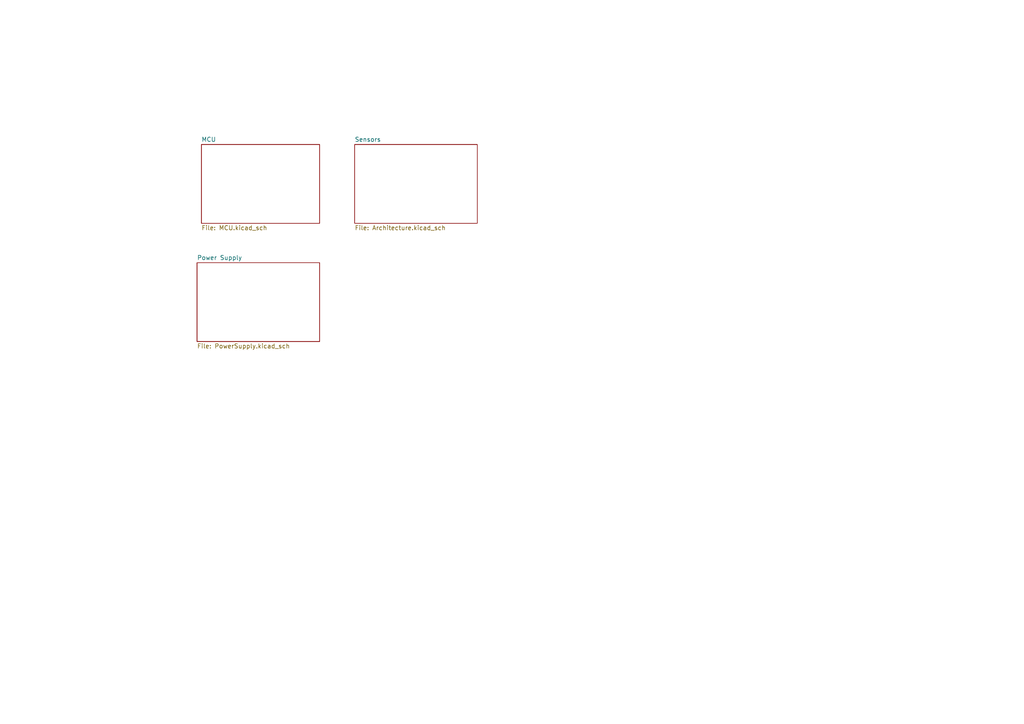
<source format=kicad_sch>
(kicad_sch
	(version 20231120)
	(generator "eeschema")
	(generator_version "8.0")
	(uuid "0be96024-9d02-430f-aeb4-07f5cd93af40")
	(paper "A4")
	(lib_symbols)
	(sheet
		(at 57.15 76.2)
		(size 35.56 22.86)
		(fields_autoplaced yes)
		(stroke
			(width 0.1524)
			(type solid)
		)
		(fill
			(color 0 0 0 0.0000)
		)
		(uuid "18c80068-993b-49a8-807b-7a7de4ef6740")
		(property "Sheetname" "Power Supply"
			(at 57.15 75.4884 0)
			(effects
				(font
					(size 1.27 1.27)
				)
				(justify left bottom)
			)
		)
		(property "Sheetfile" "PowerSupply.kicad_sch"
			(at 57.15 99.6446 0)
			(effects
				(font
					(size 1.27 1.27)
				)
				(justify left top)
			)
		)
		(instances
			(project "Saunasensor"
				(path "/0be96024-9d02-430f-aeb4-07f5cd93af40"
					(page "3")
				)
			)
		)
	)
	(sheet
		(at 58.42 41.91)
		(size 34.29 22.86)
		(fields_autoplaced yes)
		(stroke
			(width 0.1524)
			(type solid)
		)
		(fill
			(color 0 0 0 0.0000)
		)
		(uuid "ade97d93-f11c-4306-b3c8-20710fc37ed1")
		(property "Sheetname" "MCU"
			(at 58.42 41.1984 0)
			(effects
				(font
					(size 1.27 1.27)
				)
				(justify left bottom)
			)
		)
		(property "Sheetfile" "MCU.kicad_sch"
			(at 58.42 65.3546 0)
			(effects
				(font
					(size 1.27 1.27)
				)
				(justify left top)
			)
		)
		(instances
			(project "Saunasensor"
				(path "/0be96024-9d02-430f-aeb4-07f5cd93af40"
					(page "4")
				)
			)
		)
	)
	(sheet
		(at 102.87 41.91)
		(size 35.56 22.86)
		(fields_autoplaced yes)
		(stroke
			(width 0.1524)
			(type solid)
		)
		(fill
			(color 0 0 0 0.0000)
		)
		(uuid "b1266a40-79d0-4862-ab7c-b4a6ecd7b4b5")
		(property "Sheetname" "Sensors"
			(at 102.87 41.1984 0)
			(effects
				(font
					(size 1.27 1.27)
				)
				(justify left bottom)
			)
		)
		(property "Sheetfile" "Architecture.kicad_sch"
			(at 102.87 65.3546 0)
			(effects
				(font
					(size 1.27 1.27)
				)
				(justify left top)
			)
		)
		(instances
			(project "Saunasensor"
				(path "/0be96024-9d02-430f-aeb4-07f5cd93af40"
					(page "2")
				)
			)
		)
	)
	(sheet_instances
		(path "/"
			(page "1")
		)
	)
)

</source>
